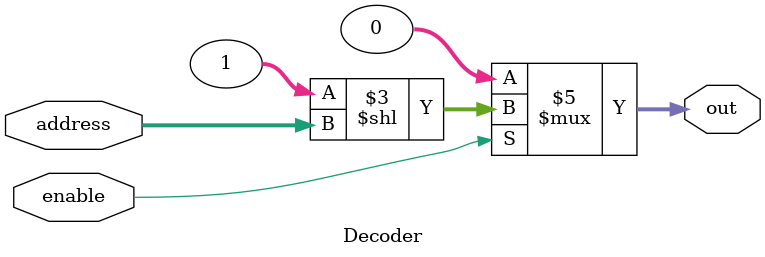
<source format=v>
`timescale 1ns / 1ps

module Decoder(
    input [4:0] address,
    input enable,
    output reg [31:0] out
    );
    
    always@(*) begin 
            
            if (enable == 1)
            out = ( 32'h00000001 << address);
            // h means its in hex. The 32h address is being shifted to the left by the address number
            else 
            out = 32'b0;       
    end 
endmodule

</source>
